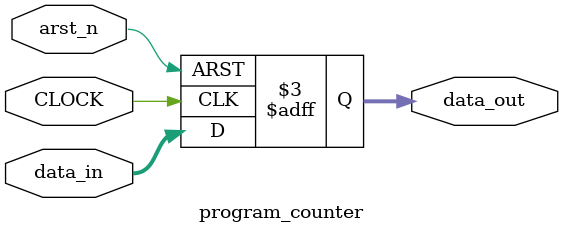
<source format=v>
`timescale 1ns/1ps

module program_counter #(parameter WIDTH = 32) (
input [WIDTH-1:0] data_in ,
output reg [WIDTH-1:0] data_out,
input CLOCK, arst_n
);

always @(posedge CLOCK or negedge arst_n) begin
	if(~arst_n) data_out = 0;
	else data_out = data_in;
end
endmodule 

</source>
